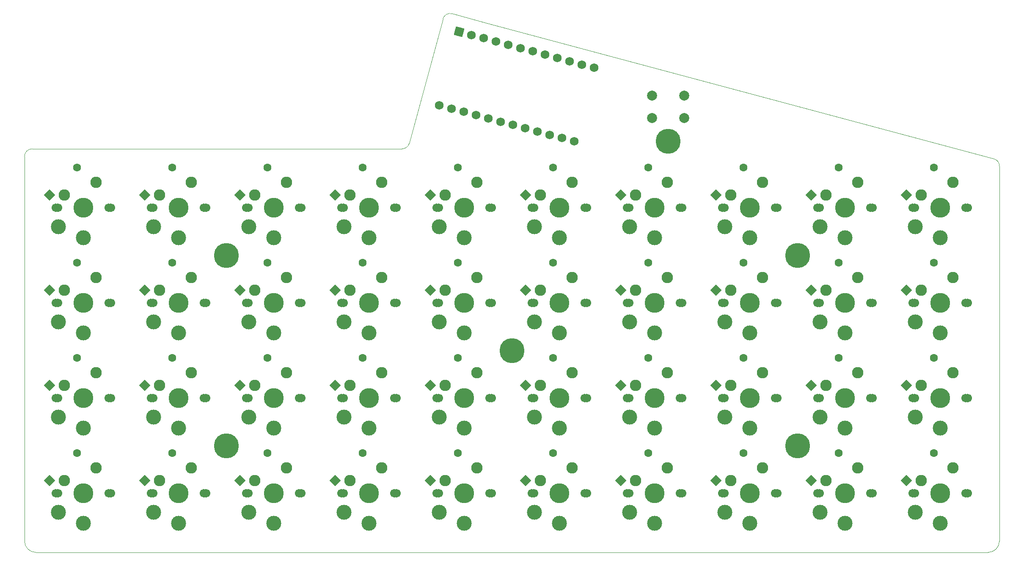
<source format=gts>
G04 #@! TF.GenerationSoftware,KiCad,Pcbnew,6.0.7-f9a2dced07~116~ubuntu20.04.1*
G04 #@! TF.CreationDate,2022-09-23T22:55:05+08:00*
G04 #@! TF.ProjectId,V4,56342e6b-6963-4616-945f-706362585858,rev?*
G04 #@! TF.SameCoordinates,Original*
G04 #@! TF.FileFunction,Soldermask,Top*
G04 #@! TF.FilePolarity,Negative*
%FSLAX46Y46*%
G04 Gerber Fmt 4.6, Leading zero omitted, Abs format (unit mm)*
G04 Created by KiCad (PCBNEW 6.0.7-f9a2dced07~116~ubuntu20.04.1) date 2022-09-23 22:55:05*
%MOMM*%
%LPD*%
G01*
G04 APERTURE LIST*
G04 Aperture macros list*
%AMRotRect*
0 Rectangle, with rotation*
0 The origin of the aperture is its center*
0 $1 length*
0 $2 width*
0 $3 Rotation angle, in degrees counterclockwise*
0 Add horizontal line*
21,1,$1,$2,0,0,$3*%
G04 Aperture macros list end*
G04 #@! TA.AperFunction,Profile*
%ADD10C,0.050000*%
G04 #@! TD*
%ADD11C,1.752600*%
%ADD12RotRect,1.752600X1.752600X345.000000*%
%ADD13C,1.701800*%
%ADD14C,3.000000*%
%ADD15C,3.987800*%
%ADD16C,2.286000*%
%ADD17C,5.000000*%
%ADD18C,2.000000*%
%ADD19RotRect,1.600000X1.600000X45.000000*%
%ADD20C,1.600000*%
G04 APERTURE END LIST*
D10*
X59436000Y-154686000D02*
X59436000Y-78486000D01*
X59436000Y-154686000D02*
G75*
G03*
X61722000Y-156972000I2286000J0D01*
G01*
X134962250Y-76200000D02*
X131178300Y-76200000D01*
X134962250Y-76200047D02*
G75*
G03*
X136434319Y-75070441I-50J1524047D01*
G01*
X60960000Y-76200000D02*
G75*
G03*
X59436000Y-77724000I0J-1524000D01*
G01*
X61722000Y-76200000D02*
X131178300Y-76200000D01*
X61722000Y-76200000D02*
X60960000Y-76200000D01*
X252222000Y-156972000D02*
X61722000Y-156972000D01*
X254507993Y-79667100D02*
G75*
G03*
X253365350Y-78179844I-1523993J11700D01*
G01*
X252222000Y-156972000D02*
G75*
G03*
X254508000Y-154686000I0J2286000D01*
G01*
X59436000Y-77724000D02*
X59436000Y-78486000D01*
X145016441Y-49147744D02*
X151738470Y-50953142D01*
X145016443Y-49147735D02*
G75*
G03*
X143149931Y-50225373I-394443J-1472065D01*
G01*
X254507999Y-79667100D02*
X254508000Y-154686000D01*
X151738470Y-50953142D02*
X253365350Y-78179844D01*
X143149931Y-50225373D02*
X136434319Y-75070441D01*
D11*
X142429945Y-67473525D03*
X144883397Y-68130926D03*
X147336848Y-68788326D03*
X149790300Y-69445726D03*
X152243752Y-70103127D03*
X154697203Y-70760527D03*
X157150655Y-71417928D03*
X159604106Y-72075328D03*
X162057558Y-72732728D03*
X164511010Y-73390129D03*
X166964461Y-74047529D03*
X169417913Y-74704929D03*
X173362315Y-59984220D03*
X170908863Y-59326819D03*
X168455412Y-58669419D03*
X166001960Y-58012019D03*
X163548509Y-57354618D03*
X161095057Y-56697218D03*
X158641605Y-56039818D03*
X156188154Y-55382417D03*
X153734702Y-54725017D03*
X151281251Y-54067616D03*
X148827799Y-53410216D03*
D12*
X146374347Y-52752816D03*
D13*
X218147000Y-145161000D03*
X218567000Y-145161000D03*
D14*
X218647000Y-148911000D03*
X223647000Y-151111000D03*
D13*
X228727000Y-145161000D03*
X229147000Y-145161000D03*
D15*
X223647000Y-145161000D03*
D16*
X226187000Y-140081000D03*
X219837000Y-142621000D03*
D13*
X229147001Y-107061000D03*
D14*
X218647001Y-110811000D03*
D13*
X228727001Y-107061000D03*
X218147001Y-107061000D03*
X218567001Y-107061000D03*
D15*
X223647001Y-107061000D03*
D14*
X223647001Y-113011000D03*
D16*
X226187001Y-101981000D03*
X219837001Y-104521000D03*
D14*
X142447000Y-110811000D03*
X147447000Y-113011000D03*
D13*
X142367000Y-107061000D03*
X152527000Y-107061000D03*
X141947000Y-107061000D03*
D15*
X147447000Y-107061000D03*
D13*
X152947000Y-107061000D03*
D16*
X149987000Y-101981000D03*
X143637000Y-104521000D03*
D14*
X242697000Y-151111000D03*
D13*
X237197000Y-145161000D03*
X247777000Y-145161000D03*
X237617000Y-145161000D03*
X248197000Y-145161000D03*
D14*
X237697000Y-148911000D03*
D15*
X242697000Y-145161000D03*
D16*
X245237000Y-140081000D03*
X238887000Y-142621000D03*
D14*
X128397000Y-93961000D03*
X123397000Y-91761000D03*
D15*
X128397000Y-88011000D03*
D13*
X133897000Y-88011000D03*
X123317000Y-88011000D03*
X133477000Y-88011000D03*
X122897000Y-88011000D03*
D16*
X130937000Y-82931000D03*
X124587000Y-85471000D03*
D14*
X128397000Y-132061000D03*
X123397000Y-129861000D03*
D13*
X123317000Y-126111000D03*
X133477000Y-126111000D03*
X122897000Y-126111000D03*
D15*
X128397000Y-126111000D03*
D13*
X133897000Y-126111000D03*
D16*
X130937000Y-121031000D03*
X124587000Y-123571000D03*
D17*
X188214000Y-74676000D03*
D13*
X122897000Y-145161000D03*
X133477000Y-145161000D03*
X123317000Y-145161000D03*
X133897000Y-145161000D03*
D15*
X128397000Y-145161000D03*
D14*
X128397000Y-151111000D03*
X123397000Y-148911000D03*
D16*
X130937000Y-140081000D03*
X124587000Y-142621000D03*
D14*
X185547000Y-93961000D03*
X180547000Y-91761000D03*
D13*
X180047000Y-88011000D03*
X190627000Y-88011000D03*
X191047000Y-88011000D03*
D15*
X185547000Y-88011000D03*
D13*
X180467000Y-88011000D03*
D16*
X188087000Y-82931000D03*
X181737000Y-85471000D03*
D13*
X190627000Y-107061000D03*
X180047000Y-107061000D03*
D14*
X185547000Y-113011000D03*
D13*
X191047000Y-107061000D03*
D15*
X185547000Y-107061000D03*
D13*
X180467000Y-107061000D03*
D14*
X180547000Y-110811000D03*
D16*
X188087000Y-101981000D03*
X181737000Y-104521000D03*
D14*
X199597000Y-91761000D03*
D13*
X199097000Y-88011000D03*
D15*
X204597000Y-88011000D03*
D13*
X209677000Y-88011000D03*
D14*
X204597000Y-93961000D03*
D13*
X199517000Y-88011000D03*
X210097000Y-88011000D03*
D16*
X207137000Y-82931000D03*
X200787000Y-85471000D03*
D15*
X147447000Y-126111000D03*
D14*
X147447000Y-132061000D03*
D13*
X152947000Y-126111000D03*
D14*
X142447000Y-129861000D03*
D13*
X141947000Y-126111000D03*
X142367000Y-126111000D03*
X152527000Y-126111000D03*
D16*
X149987000Y-121031000D03*
X143637000Y-123571000D03*
D13*
X104267001Y-107061000D03*
X114427001Y-107061000D03*
X103847001Y-107061000D03*
D14*
X109347001Y-113011000D03*
D13*
X114847001Y-107061000D03*
D15*
X109347001Y-107061000D03*
D14*
X104347001Y-110811000D03*
D16*
X111887001Y-101981000D03*
X105537001Y-104521000D03*
D13*
X237617000Y-126111000D03*
D14*
X237697000Y-129861000D03*
D15*
X242697000Y-126111000D03*
D13*
X247777000Y-126111000D03*
X237197000Y-126111000D03*
D14*
X242697000Y-132061000D03*
D13*
X248197000Y-126111000D03*
D16*
X245237000Y-121031000D03*
X238887000Y-123571000D03*
D14*
X85297000Y-129861001D03*
D13*
X95377000Y-126111001D03*
D15*
X90297000Y-126111001D03*
D13*
X85217000Y-126111001D03*
X84797000Y-126111001D03*
X95797000Y-126111001D03*
D14*
X90297000Y-132061001D03*
D16*
X92837000Y-121031001D03*
X86487000Y-123571001D03*
D14*
X104347000Y-148911000D03*
D15*
X109347000Y-145161000D03*
D14*
X109347000Y-151111000D03*
D13*
X114427000Y-145161000D03*
X114847000Y-145161000D03*
X104267000Y-145161000D03*
X103847000Y-145161000D03*
D16*
X111887000Y-140081000D03*
X105537000Y-142621000D03*
D13*
X104267000Y-88011000D03*
D14*
X109347000Y-93961000D03*
D13*
X103847000Y-88011000D03*
X114847000Y-88011000D03*
X114427000Y-88011000D03*
D14*
X104347000Y-91761000D03*
D15*
X109347000Y-88011000D03*
D16*
X111887000Y-82931000D03*
X105537000Y-85471000D03*
D13*
X95797000Y-145161000D03*
D15*
X90297000Y-145161000D03*
D14*
X90297000Y-151111000D03*
X85297000Y-148911000D03*
D13*
X84797000Y-145161000D03*
X85217000Y-145161000D03*
X95377000Y-145161000D03*
D16*
X92837000Y-140081000D03*
X86487000Y-142621000D03*
D17*
X214122000Y-97536000D03*
D14*
X237697000Y-91761000D03*
D13*
X247777000Y-88011000D03*
D15*
X242697000Y-88011000D03*
D13*
X237197000Y-88011000D03*
D14*
X242697000Y-93961000D03*
D13*
X248197000Y-88011000D03*
X237617000Y-88011000D03*
D16*
X245237000Y-82931000D03*
X238887000Y-85471000D03*
D13*
X171577000Y-126111000D03*
X171997000Y-126111000D03*
D14*
X166497000Y-132061000D03*
X161497000Y-129861000D03*
D15*
X166497000Y-126111000D03*
D13*
X160997000Y-126111000D03*
X161417000Y-126111000D03*
D16*
X169037000Y-121031000D03*
X162687000Y-123571000D03*
D14*
X142447000Y-91761000D03*
D15*
X147447000Y-88011000D03*
D13*
X152947000Y-88011000D03*
X142367000Y-88011000D03*
X141947000Y-88011000D03*
D14*
X147447000Y-93961000D03*
D13*
X152527000Y-88011000D03*
D16*
X149987000Y-82931000D03*
X143637000Y-85471000D03*
D13*
X142367000Y-145161000D03*
X152527000Y-145161000D03*
D14*
X147447000Y-151111000D03*
X142447000Y-148911000D03*
D13*
X152947000Y-145161000D03*
X141947000Y-145161000D03*
D15*
X147447000Y-145161000D03*
D16*
X149987000Y-140081000D03*
X143637000Y-142621000D03*
D13*
X95376999Y-107061000D03*
D14*
X90296999Y-113011000D03*
X85296999Y-110811000D03*
D13*
X95796999Y-107061000D03*
X84796999Y-107061000D03*
D15*
X90296999Y-107061000D03*
D13*
X85216999Y-107061000D03*
D16*
X92836999Y-101981000D03*
X86486999Y-104521000D03*
D17*
X214122000Y-135636000D03*
D13*
X161417000Y-145161000D03*
D15*
X166497000Y-145161000D03*
D13*
X171997000Y-145161000D03*
X160997000Y-145161000D03*
X171577000Y-145161000D03*
D14*
X166497000Y-151111000D03*
X161497000Y-148911000D03*
D16*
X169037000Y-140081000D03*
X162687000Y-142621000D03*
D14*
X180547000Y-148911000D03*
D13*
X191047000Y-145161000D03*
X180047000Y-145161000D03*
X180467000Y-145161000D03*
D14*
X185547000Y-151111000D03*
D13*
X190627000Y-145161000D03*
D15*
X185547000Y-145161000D03*
D16*
X188087000Y-140081000D03*
X181737000Y-142621000D03*
D15*
X128397000Y-107061000D03*
D13*
X122897000Y-107061000D03*
X133897000Y-107061000D03*
X123317000Y-107061000D03*
D14*
X123397000Y-110811000D03*
D13*
X133477000Y-107061000D03*
D14*
X128397000Y-113011000D03*
D16*
X130937000Y-101981000D03*
X124587000Y-104521000D03*
D13*
X95377000Y-88011000D03*
D15*
X90297000Y-88011000D03*
D13*
X85217000Y-88011000D03*
X95797000Y-88011000D03*
X84797000Y-88011000D03*
D14*
X85297000Y-91761000D03*
X90297000Y-93961000D03*
D16*
X92837000Y-82931000D03*
X86487000Y-85471000D03*
D13*
X199097000Y-145161000D03*
D14*
X199597000Y-148911000D03*
D15*
X204597000Y-145161000D03*
D13*
X199517000Y-145161000D03*
D14*
X204597000Y-151111000D03*
D13*
X210097000Y-145161000D03*
X209677000Y-145161000D03*
D16*
X207137000Y-140081000D03*
X200787000Y-142621000D03*
D13*
X237617000Y-107061000D03*
X247777000Y-107061000D03*
D14*
X242697000Y-113011000D03*
D15*
X242697000Y-107061000D03*
D13*
X248197000Y-107061000D03*
X237197000Y-107061000D03*
D14*
X237697000Y-110811000D03*
D16*
X245237000Y-101981000D03*
X238887000Y-104521000D03*
D15*
X166497000Y-107061000D03*
D14*
X161497000Y-110811000D03*
D13*
X171577000Y-107061000D03*
X160997000Y-107061000D03*
X171997000Y-107061000D03*
X161417000Y-107061000D03*
D14*
X166497000Y-113011000D03*
D16*
X169037000Y-101981000D03*
X162687000Y-104521000D03*
D14*
X161497000Y-91761000D03*
D13*
X161417000Y-88011000D03*
X171997000Y-88011000D03*
D15*
X166497000Y-88011000D03*
D13*
X160997000Y-88011000D03*
X171577000Y-88011000D03*
D14*
X166497000Y-93961000D03*
D16*
X169037000Y-82931000D03*
X162687000Y-85471000D03*
D13*
X199097000Y-126111001D03*
D14*
X204597000Y-132061001D03*
X199597000Y-129861001D03*
D13*
X209677000Y-126111001D03*
X210097000Y-126111001D03*
X199517000Y-126111001D03*
D15*
X204597000Y-126111001D03*
D16*
X207137000Y-121031001D03*
X200787000Y-123571001D03*
D14*
X109347000Y-132061001D03*
D13*
X104267000Y-126111001D03*
X114427000Y-126111001D03*
X114847000Y-126111001D03*
X103847000Y-126111001D03*
D15*
X109347000Y-126111001D03*
D14*
X104347000Y-129861001D03*
D16*
X111887000Y-121031001D03*
X105537000Y-123571001D03*
D13*
X228727000Y-126111001D03*
X218567000Y-126111001D03*
D15*
X223647000Y-126111001D03*
D13*
X229147000Y-126111001D03*
D14*
X218647000Y-129861001D03*
X223647000Y-132061001D03*
D13*
X218147000Y-126111001D03*
D16*
X226187000Y-121031001D03*
X219837000Y-123571001D03*
D17*
X156972000Y-116586000D03*
D14*
X66247000Y-148911000D03*
D13*
X66167000Y-145161000D03*
X76327000Y-145161000D03*
X76747000Y-145161000D03*
D14*
X71247000Y-151111000D03*
D13*
X65747000Y-145161000D03*
D15*
X71247000Y-145161000D03*
D16*
X73787000Y-140081000D03*
X67437000Y-142621000D03*
D13*
X228727000Y-88011000D03*
D15*
X223647000Y-88011000D03*
D14*
X223647000Y-93961000D03*
D13*
X229147000Y-88011000D03*
X218567000Y-88011000D03*
X218147000Y-88011000D03*
D14*
X218647000Y-91761000D03*
D16*
X226187000Y-82931000D03*
X219837000Y-85471000D03*
D13*
X76327000Y-88011000D03*
D14*
X66247000Y-91761000D03*
D15*
X71247000Y-88011000D03*
D13*
X66167000Y-88011000D03*
X76747000Y-88011000D03*
X65747000Y-88011000D03*
D14*
X71247000Y-93961000D03*
D16*
X73787000Y-82931000D03*
X67437000Y-85471000D03*
D13*
X210096999Y-107061000D03*
X209676999Y-107061000D03*
D14*
X204596999Y-113011000D03*
D13*
X199516999Y-107061000D03*
D15*
X204596999Y-107061000D03*
D13*
X199096999Y-107061000D03*
D14*
X199596999Y-110811000D03*
D16*
X207136999Y-101981000D03*
X200786999Y-104521000D03*
D17*
X99822000Y-97536000D03*
D14*
X180547000Y-129861000D03*
D13*
X191047000Y-126111000D03*
X180047000Y-126111000D03*
D15*
X185547000Y-126111000D03*
D14*
X185547000Y-132061000D03*
D13*
X190627000Y-126111000D03*
X180467000Y-126111000D03*
D16*
X188087000Y-121031000D03*
X181737000Y-123571000D03*
D14*
X66247000Y-129861000D03*
D15*
X71247000Y-126111000D03*
D13*
X65747000Y-126111000D03*
D14*
X71247000Y-132061000D03*
D13*
X76327000Y-126111000D03*
X66167000Y-126111000D03*
X76747000Y-126111000D03*
D16*
X73787000Y-121031000D03*
X67437000Y-123571000D03*
D13*
X65747000Y-107061000D03*
D14*
X66247000Y-110811000D03*
D13*
X66167000Y-107061000D03*
X76327000Y-107061000D03*
X76747000Y-107061000D03*
D15*
X71247000Y-107061000D03*
D14*
X71247000Y-113011000D03*
D16*
X73787000Y-101981000D03*
X67437000Y-104521000D03*
D18*
X184964000Y-70068000D03*
X191464000Y-70068000D03*
X184964000Y-65568000D03*
X191464000Y-65568000D03*
D17*
X99822000Y-135636000D03*
D19*
X159649284Y-104498716D03*
D20*
X165164716Y-98983284D03*
D19*
X235849284Y-85448715D03*
D20*
X241364716Y-79933283D03*
D19*
X197749284Y-123548715D03*
D20*
X203264716Y-118033283D03*
D19*
X64399284Y-123548715D03*
D20*
X69914716Y-118033283D03*
D19*
X159649283Y-85448715D03*
D20*
X165164715Y-79933283D03*
D19*
X64399284Y-104498716D03*
D20*
X69914716Y-98983284D03*
D19*
X216799284Y-104498715D03*
D20*
X222314716Y-98983283D03*
D19*
X140599284Y-104498715D03*
D20*
X146114716Y-98983283D03*
D19*
X235849284Y-104498715D03*
D20*
X241364716Y-98983283D03*
D19*
X121549284Y-123548715D03*
D20*
X127064716Y-118033283D03*
D19*
X83449285Y-85448715D03*
D20*
X88964717Y-79933283D03*
D19*
X178699284Y-104498716D03*
D20*
X184214716Y-98983284D03*
D19*
X121549284Y-85448715D03*
D20*
X127064716Y-79933283D03*
D19*
X102499284Y-85448715D03*
D20*
X108014716Y-79933283D03*
D19*
X102499284Y-104498715D03*
D20*
X108014716Y-98983283D03*
D19*
X121549284Y-104498715D03*
D20*
X127064716Y-98983283D03*
D19*
X235849284Y-142598716D03*
D20*
X241364716Y-137083284D03*
D19*
X83449284Y-104498716D03*
D20*
X88964716Y-98983284D03*
D19*
X216799283Y-123548715D03*
D20*
X222314715Y-118033283D03*
D19*
X197749284Y-104498716D03*
D20*
X203264716Y-98983284D03*
D19*
X121549284Y-142598716D03*
D20*
X127064716Y-137083284D03*
D19*
X197749284Y-142598715D03*
D20*
X203264716Y-137083283D03*
D19*
X83449284Y-123548715D03*
D20*
X88964716Y-118033283D03*
D19*
X159649284Y-123548715D03*
D20*
X165164716Y-118033283D03*
D19*
X102499284Y-142598715D03*
D20*
X108014716Y-137083283D03*
D19*
X235849284Y-123548715D03*
D20*
X241364716Y-118033283D03*
D19*
X216799284Y-85448715D03*
D20*
X222314716Y-79933283D03*
D19*
X159649284Y-142598715D03*
D20*
X165164716Y-137083283D03*
D19*
X140599284Y-123548715D03*
D20*
X146114716Y-118033283D03*
D19*
X216799283Y-142598715D03*
D20*
X222314715Y-137083283D03*
D19*
X102499284Y-123548715D03*
D20*
X108014716Y-118033283D03*
D19*
X178699284Y-142598715D03*
D20*
X184214716Y-137083283D03*
D19*
X140599284Y-85448715D03*
D20*
X146114716Y-79933283D03*
D19*
X178699284Y-123548715D03*
D20*
X184214716Y-118033283D03*
D19*
X178699284Y-85448716D03*
D20*
X184214716Y-79933284D03*
D19*
X64399284Y-142598715D03*
D20*
X69914716Y-137083283D03*
D19*
X197749284Y-85448715D03*
D20*
X203264716Y-79933283D03*
D19*
X140599284Y-142598715D03*
D20*
X146114716Y-137083283D03*
D19*
X64399283Y-85448715D03*
D20*
X69914715Y-79933283D03*
D19*
X83449284Y-142598715D03*
D20*
X88964716Y-137083283D03*
M02*

</source>
